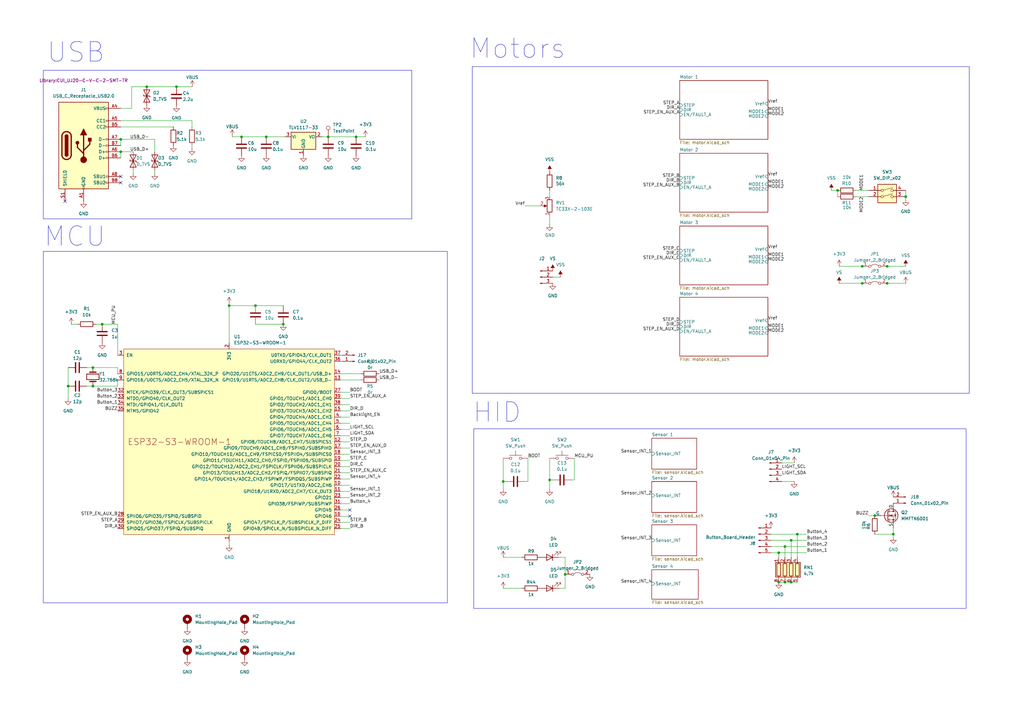
<source format=kicad_sch>
(kicad_sch (version 20230121) (generator eeschema)
  (paper "A3")
  (lib_symbols
    (symbol "Connector:Conn_01x02_Pin" (pin_names (offset 1.016) hide)
      (property "Reference" "J" (at 0 2.54 0))
      (property "Value" "Conn_01x02_Pin" (at 0 -5.08 0))
      (symbol "Conn_01x02_Pin_1_1"
        (pin passive line (at 5.08 0 180) (length 3.81) (name "Pin_1") (number "1"))
        (pin passive line (at 5.08 -2.54 180) (length 3.81) (name "Pin_2") (number "2"))
      )
    )
    (symbol "Connector:Conn_01x03_Pin" (pin_names (offset 1.016) hide)
      (property "Reference" "J" (at 0 5.08 0))
      (property "Value" "Conn_01x03_Pin" (at 0 -5.08 0))
      (symbol "Conn_01x03_Pin_1_1"
        (pin passive line (at 5.08 2.54 180) (length 3.81) (name "Pin_1") (number "1"))
        (pin passive line (at 5.08 0 180) (length 3.81) (name "Pin_2") (number "2"))
        (pin passive line (at 5.08 -2.54 180) (length 3.81) (name "Pin_3") (number "3"))
      )
    )
    (symbol "Connector:Conn_01x04_Pin" (pin_names (offset 1.016) hide)
      (property "Reference" "J" (at 0 5.08 0))
      (property "Value" "Conn_01x04_Pin" (at 0 -7.62 0))
      (symbol "Conn_01x04_Pin_1_1"
        (pin passive line (at 5.08 2.54 180) (length 3.81) (name "Pin_1") (number "1"))
        (pin passive line (at 5.08 0 180) (length 3.81) (name "Pin_2") (number "2"))
        (pin passive line (at 5.08 -2.54 180) (length 3.81) (name "Pin_3") (number "3"))
        (pin passive line (at 5.08 -5.08 180) (length 3.81) (name "Pin_4") (number "4"))
      )
    )
    (symbol "Connector:Conn_01x05_Pin" (pin_names (offset 1.016) hide)
      (property "Reference" "J" (at 0 7.62 0))
      (property "Value" "Conn_01x05_Pin" (at 0 -7.62 0))
      (symbol "Conn_01x05_Pin_1_1"
        (pin passive line (at 5.08 5.08 180) (length 3.81) (name "Pin_1") (number "1"))
        (pin passive line (at 5.08 2.54 180) (length 3.81) (name "Pin_2") (number "2"))
        (pin passive line (at 5.08 0 180) (length 3.81) (name "Pin_3") (number "3"))
        (pin passive line (at 5.08 -2.54 180) (length 3.81) (name "Pin_4") (number "4"))
        (pin passive line (at 5.08 -5.08 180) (length 3.81) (name "Pin_5") (number "5"))
      )
    )
    (symbol "Connector:TestPoint" (pin_numbers hide) (pin_names (offset 0.762) hide)
      (property "Reference" "TP" (at 0 6.858 0))
      (property "Value" "TestPoint" (at 0 5.08 0))
      (symbol "TestPoint_1_1"
        (pin passive line (at 0 0 90) (length 2.54) (name "1") (number "1"))
      )
    )
    (symbol "Connector:USB_C_Receptacle_USB2.0" (pin_names (offset 1.016))
      (property "Reference" "J" (at -10.16 19.05 0))
      (property "Value" "USB_C_Receptacle_USB2.0" (at 19.05 19.05 0))
      (symbol "USB_C_Receptacle_USB2.0_1_1"
        (pin passive line (at 0 -22.86 90) (length 5.08) (name "GND") (number "A1"))
        (pin passive line (at 0 -22.86 90) (length 5.08) hide (name "GND") (number "A12"))
        (pin passive line (at 15.24 15.24 180) (length 5.08) (name "VBUS") (number "A4"))
        (pin bidirectional line (at 15.24 10.16 180) (length 5.08) (name "CC1") (number "A5"))
        (pin bidirectional line (at 15.24 -2.54 180) (length 5.08) (name "D+") (number "A6"))
        (pin bidirectional line (at 15.24 2.54 180) (length 5.08) (name "D-") (number "A7"))
        (pin bidirectional line (at 15.24 -12.7 180) (length 5.08) (name "SBU1") (number "A8"))
        (pin passive line (at 15.24 15.24 180) (length 5.08) hide (name "VBUS") (number "A9"))
        (pin passive line (at 0 -22.86 90) (length 5.08) hide (name "GND") (number "B1"))
        (pin passive line (at 0 -22.86 90) (length 5.08) hide (name "GND") (number "B12"))
        (pin passive line (at 15.24 15.24 180) (length 5.08) hide (name "VBUS") (number "B4"))
        (pin bidirectional line (at 15.24 7.62 180) (length 5.08) (name "CC2") (number "B5"))
        (pin bidirectional line (at 15.24 -5.08 180) (length 5.08) (name "D+") (number "B6"))
        (pin bidirectional line (at 15.24 0 180) (length 5.08) (name "D-") (number "B7"))
        (pin bidirectional line (at 15.24 -15.24 180) (length 5.08) (name "SBU2") (number "B8"))
        (pin passive line (at 15.24 15.24 180) (length 5.08) hide (name "VBUS") (number "B9"))
        (pin passive line (at -7.62 -22.86 90) (length 5.08) (name "SHIELD") (number "S1"))
      )
    )
    (symbol "Device:C" (pin_numbers hide) (pin_names (offset 0.254))
      (property "Reference" "C" (at 0.635 2.54 0))
      (property "Value" "C" (at 0.635 -2.54 0))
      (symbol "C_1_1"
        (pin passive line (at 0 3.81 270) (length 2.794) (name "~") (number "1"))
        (pin passive line (at 0 -3.81 90) (length 2.794) (name "~") (number "2"))
      )
    )
    (symbol "Device:Crystal" (pin_numbers hide) (pin_names (offset 1.016) hide)
      (property "Reference" "Y" (at 0 3.81 0))
      (property "Value" "Crystal" (at 0 -3.81 0))
      (symbol "Crystal_1_1"
        (pin passive line (at -3.81 0 0) (length 1.27) (name "1") (number "1"))
        (pin passive line (at 3.81 0 180) (length 1.27) (name "2") (number "2"))
      )
    )
    (symbol "Device:D_TVS" (pin_numbers hide) (pin_names (offset 1.016) hide)
      (property "Reference" "D" (at 0 2.54 0))
      (property "Value" "D_TVS" (at 0 -2.54 0))
      (symbol "D_TVS_1_1"
        (pin passive line (at -3.81 0 0) (length 2.54) (name "A1") (number "1"))
        (pin passive line (at 3.81 0 180) (length 2.54) (name "A2") (number "2"))
      )
    )
    (symbol "Device:LED" (pin_numbers hide) (pin_names (offset 1.016) hide)
      (property "Reference" "D" (at 0 2.54 0))
      (property "Value" "LED" (at 0 -2.54 0))
      (symbol "LED_1_1"
        (pin passive line (at -3.81 0 0) (length 2.54) (name "K") (number "1"))
        (pin passive line (at 3.81 0 180) (length 2.54) (name "A") (number "2"))
      )
    )
    (symbol "Device:R" (pin_numbers hide) (pin_names (offset 0))
      (property "Reference" "R" (at 2.032 0 90))
      (property "Value" "R" (at 0 0 90))
      (symbol "R_1_1"
        (pin passive line (at 0 3.81 270) (length 1.27) (name "~") (number "1"))
        (pin passive line (at 0 -3.81 90) (length 1.27) (name "~") (number "2"))
      )
    )
    (symbol "Device:R_Potentiometer" (pin_names (offset 1.016) hide)
      (property "Reference" "RV" (at -4.445 0 90))
      (property "Value" "R_Potentiometer" (at -2.54 0 90))
      (symbol "R_Potentiometer_1_1"
        (pin passive line (at 0 3.81 270) (length 1.27) (name "1") (number "1"))
        (pin passive line (at 3.81 0 180) (length 1.27) (name "2") (number "2"))
        (pin passive line (at 0 -3.81 90) (length 1.27) (name "3") (number "3"))
      )
    )
    (symbol "Espressif:ESP32-S3-WROOM-1" (pin_names (offset 1.016))
      (property "Reference" "U" (at -43.18 43.18 0))
      (property "Value" "ESP32-S3-WROOM-1" (at -43.18 40.64 0))
      (symbol "ESP32-S3-WROOM-1_0_0"
        (text "ESP32-S3-WROOM-1" (at -20.32 0 0) (effects (font (size 2.54 2.54))))
        (pin power_in line (at 0 -40.64 90) (length 2.54) (name "GND") (number "1"))
        (pin bidirectional line (at 45.72 -17.78 180) (length 2.54) (name "GPIO17/U1TXD/ADC2_CH6") (number "10"))
        (pin bidirectional line (at 45.72 -20.32 180) (length 2.54) (name "GPIO18/U1RXD/ADC2_CH7/CLK_OUT3") (number "11"))
        (pin bidirectional line (at 45.72 0 180) (length 2.54) (name "GPIO8/TOUCH8/ADC1_CH7/SUBSPICS1") (number "12"))
        (pin bidirectional line (at 45.72 25.4 180) (length 2.54) (name "GPIO19/U1RTS/ADC2_CH8/CLK_OUT2/USB_D-") (number "13"))
        (pin bidirectional line (at 45.72 27.94 180) (length 2.54) (name "GPIO20/U1CTS/ADC2_CH9/CLK_OUT1/USB_D+") (number "14"))
        (pin bidirectional line (at 45.72 12.7 180) (length 2.54) (name "GPIO3/TOUCH3/ADC1_CH2") (number "15"))
        (pin bidirectional line (at 45.72 -30.48 180) (length 2.54) (name "GPIO46") (number "16"))
        (pin bidirectional line (at 45.72 -2.54 180) (length 2.54) (name "GPIO9/TOUCH9/ADC1_CH8/FSPIHD/SUBSPIHD") (number "17"))
        (pin bidirectional line (at 45.72 -5.08 180) (length 2.54) (name "GPIO10/TOUCH10/ADC1_CH9/FSPICS0/FSPIIO4/SUBSPICS0") (number "18"))
        (pin bidirectional line (at 45.72 -7.62 180) (length 2.54) (name "GPIO11/TOUCH11/ADC2_CH0/FSPID/FSPIIO5/SUBSPID") (number "19"))
        (pin power_in line (at 0 40.64 270) (length 2.54) (name "3V3") (number "2"))
        (pin bidirectional line (at 45.72 -10.16 180) (length 2.54) (name "GPIO12/TOUCH12/ADC2_CH1/FSPICLK/FSPIIO6/SUBSPICLK") (number "20"))
        (pin bidirectional line (at 45.72 -12.7 180) (length 2.54) (name "GPIO13/TOUCH13/ADC2_CH2/FSPIQ/FSPIIO7/SUBSPIQ") (number "21"))
        (pin bidirectional line (at 45.72 -15.24 180) (length 2.54) (name "GPIO14/TOUCH14/ADC2_CH3/FSPIWP/FSPIDQS/SUBSPIWP") (number "22"))
        (pin bidirectional line (at 45.72 -22.86 180) (length 2.54) (name "GPIO21") (number "23"))
        (pin bidirectional line (at 45.72 -33.02 180) (length 2.54) (name "GPIO47/SPICLK_P/SUBSPICLK_P_DIFF") (number "24"))
        (pin bidirectional line (at 45.72 -35.56 180) (length 2.54) (name "GPIO48/SPICLK_N/SUBSPICLK_N_DIFF") (number "25"))
        (pin bidirectional line (at 45.72 -27.94 180) (length 2.54) (name "GPIO45") (number "26"))
        (pin bidirectional line (at 45.72 20.32 180) (length 2.54) (name "GPIO0/BOOT") (number "27"))
        (pin bidirectional line (at -45.72 -30.48 0) (length 2.54) (name "SPIIO6/GPIO35/FSPID/SUBSPID") (number "28"))
        (pin bidirectional line (at -45.72 -33.02 0) (length 2.54) (name "SPIIO7/GPIO36/FSPICLK/SUBSPICLK") (number "29"))
        (pin input line (at -45.72 35.56 0) (length 2.54) (name "EN") (number "3"))
        (pin bidirectional line (at -45.72 -35.56 0) (length 2.54) (name "SPIDQS/GPIO37/FSPIQ/SUBSPIQ") (number "30"))
        (pin bidirectional line (at 45.72 -25.4 180) (length 2.54) (name "GPIO38/FSPIWP/SUBSPIWP") (number "31"))
        (pin bidirectional line (at -45.72 20.32 0) (length 2.54) (name "MTCK/GPIO39/CLK_OUT3/SUBSPICS1") (number "32"))
        (pin bidirectional line (at -45.72 17.78 0) (length 2.54) (name "MTDO/GPIO40/CLK_OUT2") (number "33"))
        (pin bidirectional line (at -45.72 15.24 0) (length 2.54) (name "MTDI/GPIO41/CLK_OUT1") (number "34"))
        (pin bidirectional line (at -45.72 12.7 0) (length 2.54) (name "MTMS/GPIO42") (number "35"))
        (pin bidirectional line (at 45.72 33.02 180) (length 2.54) (name "U0RXD/GPIO44/CLK_OUT2") (number "36"))
        (pin bidirectional line (at 45.72 35.56 180) (length 2.54) (name "U0TXD/GPIO43/CLK_OUT1") (number "37"))
        (pin bidirectional line (at 45.72 15.24 180) (length 2.54) (name "GPIO2/TOUCH2/ADC1_CH1") (number "38"))
        (pin bidirectional line (at 45.72 17.78 180) (length 2.54) (name "GPIO1/TOUCH1/ADC1_CH0") (number "39"))
        (pin bidirectional line (at 45.72 10.16 180) (length 2.54) (name "GPIO4/TOUCH4/ADC1_CH3") (number "4"))
        (pin passive line (at 0 -40.64 90) (length 2.54) hide (name "GND") (number "40"))
        (pin passive line (at 0 -40.64 90) (length 2.54) hide (name "GND") (number "41"))
        (pin bidirectional line (at 45.72 7.62 180) (length 2.54) (name "GPIO5/TOUCH5/ADC1_CH4") (number "5"))
        (pin bidirectional line (at 45.72 5.08 180) (length 2.54) (name "GPIO6/TOUCH6/ADC1_CH5") (number "6"))
        (pin bidirectional line (at 45.72 2.54 180) (length 2.54) (name "GPIO7/TOUCH7/ADC1_CH6") (number "7"))
        (pin bidirectional line (at -45.72 27.94 0) (length 2.54) (name "GPIO15/U0RTS/ADC2_CH4/XTAL_32K_P") (number "8"))
        (pin bidirectional line (at -45.72 25.4 0) (length 2.54) (name "GPIO16/U0CTS/ADC2_CH5/XTAL_32K_N") (number "9"))
      )
    )
    (symbol "Jumper:Jumper_2_Bridged" (pin_names (offset 0) hide)
      (property "Reference" "JP" (at 0 1.905 0))
      (property "Value" "Jumper_2_Bridged" (at 0 -2.54 0))
      (symbol "Jumper_2_Bridged_1_1"
        (pin passive line (at -5.08 0 0) (length 2.54) (name "A") (number "1"))
        (pin passive line (at 5.08 0 180) (length 2.54) (name "B") (number "2"))
      )
    )
    (symbol "Mechanical:MountingHole_Pad" (pin_numbers hide) (pin_names (offset 1.016) hide)
      (property "Reference" "H" (at 0 6.35 0))
      (property "Value" "MountingHole_Pad" (at 0 4.445 0))
      (symbol "MountingHole_Pad_1_1"
        (pin input line (at 0 -2.54 90) (length 2.54) (name "1") (number "1"))
      )
    )
    (symbol "Regulator_Linear:TLV1117-33" (pin_names (offset 0.254))
      (property "Reference" "U" (at -3.81 3.175 0))
      (property "Value" "TLV1117-33" (at 0 3.175 0))
      (symbol "TLV1117-33_1_1"
        (pin power_in line (at 0 -7.62 90) (length 2.54) (name "GND") (number "1"))
        (pin power_out line (at 7.62 0 180) (length 2.54) (name "VO") (number "2"))
        (pin power_in line (at -7.62 0 0) (length 2.54) (name "VI") (number "3"))
      )
    )
    (symbol "Simulation_SPICE:NMOS" (pin_numbers hide) (pin_names (offset 0))
      (property "Reference" "Q" (at 5.08 1.27 0))
      (property "Value" "NMOS" (at 5.08 -1.27 0))
      (symbol "NMOS_1_1"
        (pin passive line (at 2.54 5.08 270) (length 2.54) (name "D") (number "1"))
        (pin input line (at -5.08 0 0) (length 2.54) (name "G") (number "2"))
        (pin passive line (at 2.54 -5.08 90) (length 2.54) (name "S") (number "3"))
      )
    )
    (symbol "Switch:SW_DIP_x02" (pin_names (offset 0) hide)
      (property "Reference" "SW" (at 0 6.35 0))
      (property "Value" "SW_DIP_x02" (at 0 -3.81 0))
      (symbol "SW_DIP_x02_1_1"
        (pin passive line (at -7.62 2.54 0) (length 5.08) (name "~") (number "1"))
        (pin passive line (at -7.62 0 0) (length 5.08) (name "~") (number "2"))
        (pin passive line (at 7.62 0 180) (length 5.08) (name "~") (number "3"))
        (pin passive line (at 7.62 2.54 180) (length 5.08) (name "~") (number "4"))
      )
    )
    (symbol "Switch:SW_Push" (pin_numbers hide) (pin_names (offset 1.016) hide)
      (property "Reference" "SW" (at 1.27 2.54 0))
      (property "Value" "SW_Push" (at 0 -1.524 0))
      (symbol "SW_Push_0_1"
        (pin passive line (at -5.08 0 0) (length 2.54) (name "1") (number "1"))
        (pin passive line (at 5.08 0 180) (length 2.54) (name "2") (number "2"))
      )
    )
    (symbol "Voltage_reg:network_resistor_4x_smd" (pin_names (offset 0) hide)
      (property "Reference" "RN" (at -7.62 0 90))
      (property "Value" "R_Network04" (at 5.08 0 90))
      (symbol "network_resistor_4x_smd_1_1"
        (pin passive line (at -5.08 5.08 270) (length 2.54) (name "common") (number "1"))
        (pin passive line (at -2.54 5.08 270) (length 2.54) (name "common") (number "2"))
        (pin passive line (at 0 5.08 270) (length 2.54) (name "common") (number "3"))
        (pin passive line (at 2.54 5.08 270) (length 2.54) (name "common") (number "4"))
        (pin passive line (at 2.54 -5.08 90) (length 1.27) (name "R4") (number "5"))
        (pin passive line (at 0 -5.08 90) (length 1.27) (name "R3") (number "6"))
        (pin passive line (at -2.54 -5.08 90) (length 1.27) (name "R2") (number "7"))
        (pin passive line (at -5.08 -5.08 90) (length 1.27) (name "R1") (number "8"))
      )
    )
    (symbol "power:+3V3" (power) (pin_names (offset 0))
      (property "Value" "+3V3" (at 0 3.556 0))
      (symbol "+3V3_1_1"
        (pin power_in line (at 0 0 90) (length 0) hide (name "+3V3") (number "1"))
      )
    )
    (symbol "power:GND" (power) (pin_names (offset 0))
      (property "Value" "GND" (at 0 -3.81 0))
      (symbol "GND_1_1"
        (pin power_in line (at 0 0 270) (length 0) hide (name "GND") (number "1"))
      )
    )
    (symbol "power:VBUS" (power) (pin_names (offset 0))
      (property "Value" "VBUS" (at 0 3.81 0))
      (symbol "VBUS_1_1"
        (pin power_in line (at 0 0 90) (length 0) hide (name "VBUS") (number "1"))
      )
    )
    (symbol "power:VS" (power) (pin_names (offset 0))
      (property "Value" "VS" (at 0 3.81 0))
      (symbol "VS_1_1"
        (pin power_in line (at 0 0 90) (length 0) hide (name "VS") (number "1"))
      )
    )
    (symbol "power:VSS" (power) (pin_names (offset 0))
      (property "Value" "VSS" (at 0 3.81 0))
      (symbol "VSS_1_1"
        (pin power_in line (at 0 0 90) (length 0) hide (name "VSS") (number "1"))
      )
    )
  )
  (junction (at 49.53 57.15))
  (junction (at 109.22 56.134))
  (junction (at 363.855 116.205))
  (junction (at 27.94 158.369))
  (junction (at 363.855 109.22))
  (junction (at 116.205 132.969))
  (junction (at 324.485 221.615))
  (junction (at 146.05 56.134))
  (junction (at 358.775 211.455))
  (junction (at 38.1 150.749))
  (junction (at 99.06 56.134))
  (junction (at 72.39 35.56))
  (junction (at 60.198 35.56))
  (junction (at 41.91 132.969))
  (junction (at 353.695 116.205))
  (junction (at 366.395 219.075))
  (junction (at 38.1 158.369))
  (junction (at 319.405 238.76))
  (junction (at 321.945 238.76))
  (junction (at 353.695 109.22))
  (junction (at 371.475 80.645))
  (junction (at 321.945 224.155))
  (junction (at 327.025 219.075))
  (junction (at 225.425 196.85))
  (junction (at 324.485 238.76))
  (junction (at 49.53 62.23))
  (junction (at 343.535 78.105))
  (junction (at 206.375 197.485))
  (junction (at 104.775 125.349))
  (junction (at 93.98 125.349))
  (junction (at 134.62 56.134))
  (junction (at 319.405 226.695))
  (junction (at 231.775 235.585))
  (no_connect (at 143.51 211.709))
  (no_connect (at 26.67 82.55))
  (no_connect (at 49.53 74.93))
  (no_connect (at 143.51 209.169))
  (no_connect (at 49.53 72.39))
  (wire (pts (xy 132.08 56.134) (xy 134.62 56.134)))
  (wire (pts (xy 363.855 116.205) (xy 371.475 116.205)))
  (wire (pts (xy 321.945 224.155) (xy 321.945 228.6)))
  (wire (pts (xy 95.25 56.134) (xy 95.25 55.753)))
  (wire (pts (xy 139.7 165.989) (xy 143.51 165.989)))
  (wire (pts (xy 225.425 196.85) (xy 225.425 200.66)))
  (wire (pts (xy 48.26 155.829) (xy 48.26 158.369)))
  (wire (pts (xy 41.91 132.969) (xy 48.26 132.969)))
  (wire (pts (xy 371.475 80.645) (xy 371.475 81.915)))
  (wire (pts (xy 49.53 57.15) (xy 49.53 59.69)))
  (wire (pts (xy 216.535 187.96) (xy 216.535 197.485)))
  (wire (pts (xy 93.98 221.869) (xy 93.98 223.52)))
  (wire (pts (xy 143.51 173.609) (xy 139.7 173.609)))
  (wire (pts (xy 139.7 206.629) (xy 143.51 206.629)))
  (wire (pts (xy 215.265 84.455) (xy 221.615 84.455)))
  (wire (pts (xy 351.155 80.645) (xy 356.235 80.645)))
  (wire (pts (xy 147.955 155.829) (xy 139.7 155.829)))
  (wire (pts (xy 371.475 78.105) (xy 371.475 80.645)))
  (wire (pts (xy 27.94 158.369) (xy 27.94 163.449)))
  (wire (pts (xy 78.74 49.53) (xy 49.53 49.53)))
  (wire (pts (xy 319.405 238.76) (xy 321.945 238.76)))
  (wire (pts (xy 134.62 56.134) (xy 134.62 55.753)))
  (wire (pts (xy 99.06 56.134) (xy 109.22 56.134)))
  (wire (pts (xy 49.53 62.23) (xy 54.61 62.23)))
  (wire (pts (xy 78.74 59.69) (xy 78.74 60.96)))
  (wire (pts (xy 93.98 125.349) (xy 93.98 140.589)))
  (wire (pts (xy 358.775 219.075) (xy 366.395 219.075)))
  (wire (pts (xy 143.51 168.529) (xy 139.7 168.529)))
  (wire (pts (xy 39.37 132.969) (xy 41.91 132.969)))
  (wire (pts (xy 48.26 132.969) (xy 48.26 145.669)))
  (wire (pts (xy 139.7 204.089) (xy 143.51 204.089)))
  (wire (pts (xy 324.485 221.615) (xy 330.835 221.615)))
  (wire (pts (xy 324.485 221.615) (xy 324.485 228.6)))
  (wire (pts (xy 351.155 78.105) (xy 356.235 78.105)))
  (wire (pts (xy 327.025 219.075) (xy 327.025 228.6)))
  (wire (pts (xy 143.51 181.229) (xy 139.7 181.229)))
  (wire (pts (xy 316.23 226.695) (xy 319.405 226.695)))
  (wire (pts (xy 235.585 187.96) (xy 235.585 196.85)))
  (wire (pts (xy 366.395 220.345) (xy 366.395 219.075)))
  (wire (pts (xy 343.535 78.105) (xy 343.535 80.645)))
  (wire (pts (xy 48.26 150.749) (xy 48.26 153.289)))
  (wire (pts (xy 143.51 216.789) (xy 139.7 216.789)))
  (wire (pts (xy 366.395 219.075) (xy 366.395 216.535)))
  (wire (pts (xy 139.7 199.009) (xy 143.51 199.009)))
  (wire (pts (xy 139.7 148.209) (xy 140.335 148.209)))
  (wire (pts (xy 48.26 158.369) (xy 38.1 158.369)))
  (wire (pts (xy 139.7 160.909) (xy 143.51 160.909)))
  (wire (pts (xy 93.98 124.46) (xy 93.98 125.349)))
  (wire (pts (xy 53.975 35.56) (xy 60.198 35.56)))
  (wire (pts (xy 63.5 71.12) (xy 63.5 69.85)))
  (wire (pts (xy 327.025 219.075) (xy 330.835 219.075)))
  (wire (pts (xy 325.755 197.485) (xy 320.675 197.485)))
  (wire (pts (xy 319.405 228.6) (xy 319.405 226.695)))
  (wire (pts (xy 319.405 226.695) (xy 330.835 226.695)))
  (wire (pts (xy 206.375 187.96) (xy 206.375 197.485)))
  (wire (pts (xy 225.425 78.105) (xy 225.425 80.645)))
  (wire (pts (xy 139.7 201.549) (xy 143.51 201.549)))
  (wire (pts (xy 371.475 109.22) (xy 363.855 109.22)))
  (wire (pts (xy 139.7 191.389) (xy 143.51 191.389)))
  (wire (pts (xy 206.375 197.485) (xy 207.645 197.485)))
  (wire (pts (xy 139.7 186.309) (xy 143.51 186.309)))
  (wire (pts (xy 143.51 209.169) (xy 139.7 209.169)))
  (wire (pts (xy 344.17 109.22) (xy 353.695 109.22)))
  (wire (pts (xy 206.375 241.3) (xy 213.995 241.3)))
  (wire (pts (xy 356.235 211.455) (xy 358.775 211.455)))
  (wire (pts (xy 325.755 189.865) (xy 320.675 189.865)))
  (wire (pts (xy 206.375 228.6) (xy 213.995 228.6)))
  (wire (pts (xy 316.23 224.155) (xy 321.945 224.155)))
  (wire (pts (xy 139.7 196.469) (xy 143.51 196.469)))
  (wire (pts (xy 29.21 132.969) (xy 31.75 132.969)))
  (wire (pts (xy 143.51 214.249) (xy 139.7 214.249)))
  (wire (pts (xy 363.855 109.22) (xy 362.585 109.22)))
  (wire (pts (xy 38.1 150.749) (xy 48.26 150.749)))
  (wire (pts (xy 27.94 150.749) (xy 27.94 158.369)))
  (wire (pts (xy 231.775 228.6) (xy 229.235 228.6)))
  (wire (pts (xy 206.375 197.485) (xy 206.375 200.66)))
  (wire (pts (xy 49.53 62.23) (xy 49.53 64.77)))
  (wire (pts (xy 139.7 163.449) (xy 143.51 163.449)))
  (wire (pts (xy 353.695 109.22) (xy 354.965 109.22)))
  (wire (pts (xy 362.585 116.205) (xy 363.855 116.205)))
  (wire (pts (xy 321.945 238.76) (xy 324.485 238.76)))
  (wire (pts (xy 143.51 178.689) (xy 139.7 178.689)))
  (wire (pts (xy 60.198 35.56) (xy 72.39 35.56)))
  (wire (pts (xy 35.56 158.369) (xy 38.1 158.369)))
  (wire (pts (xy 225.425 187.96) (xy 225.425 196.85)))
  (wire (pts (xy 78.74 52.07) (xy 78.74 49.53)))
  (wire (pts (xy 93.98 125.349) (xy 104.775 125.349)))
  (wire (pts (xy 95.25 56.134) (xy 99.06 56.134)))
  (wire (pts (xy 53.975 44.45) (xy 49.53 44.45)))
  (wire (pts (xy 146.05 56.134) (xy 149.86 56.134)))
  (wire (pts (xy 340.995 78.105) (xy 343.535 78.105)))
  (wire (pts (xy 72.39 35.56) (xy 78.867 35.56)))
  (wire (pts (xy 235.585 196.85) (xy 234.315 196.85)))
  (wire (pts (xy 316.23 219.075) (xy 327.025 219.075)))
  (wire (pts (xy 72.39 35.687) (xy 72.39 35.56)))
  (wire (pts (xy 344.17 116.205) (xy 353.695 116.205)))
  (wire (pts (xy 143.51 211.709) (xy 139.7 211.709)))
  (wire (pts (xy 231.775 241.3) (xy 229.235 241.3)))
  (wire (pts (xy 143.51 176.149) (xy 139.7 176.149)))
  (wire (pts (xy 109.22 56.134) (xy 116.84 56.134)))
  (wire (pts (xy 216.535 197.485) (xy 215.265 197.485)))
  (wire (pts (xy 54.61 69.85) (xy 54.61 71.12)))
  (wire (pts (xy 134.62 56.134) (xy 146.05 56.134)))
  (wire (pts (xy 49.53 52.07) (xy 71.12 52.07)))
  (wire (pts (xy 139.7 183.769) (xy 143.51 183.769)))
  (wire (pts (xy 316.23 221.615) (xy 324.485 221.615)))
  (wire (pts (xy 229.87 113.665) (xy 226.695 113.665)))
  (wire (pts (xy 225.425 92.075) (xy 225.425 88.265)))
  (wire (pts (xy 321.945 224.155) (xy 330.835 224.155)))
  (wire (pts (xy 225.425 196.85) (xy 226.695 196.85)))
  (wire (pts (xy 63.5 57.15) (xy 49.53 57.15)))
  (wire (pts (xy 104.775 125.349) (xy 116.205 125.349)))
  (wire (pts (xy 104.775 132.969) (xy 116.205 132.969)))
  (wire (pts (xy 231.775 235.585) (xy 231.775 241.3)))
  (wire (pts (xy 143.51 171.069) (xy 139.7 171.069)))
  (wire (pts (xy 147.955 153.289) (xy 139.7 153.289)))
  (wire (pts (xy 63.5 62.23) (xy 63.5 57.15)))
  (wire (pts (xy 353.695 116.205) (xy 354.965 116.205)))
  (wire (pts (xy 35.56 150.749) (xy 38.1 150.749)))
  (wire (pts (xy 231.775 228.6) (xy 231.775 235.585)))
  (wire (pts (xy 53.975 35.56) (xy 53.975 44.45)))
  (wire (pts (xy 139.7 188.849) (xy 143.51 188.849)))
  (wire (pts (xy 139.7 193.929) (xy 143.51 193.929)))
  (wire (pts (xy 140.335 145.669) (xy 139.7 145.669)))
  (wire (pts (xy 324.485 238.76) (xy 327.025 238.76)))
  (rectangle (start 17.78 103.124) (end 183.515 247.269))
  (rectangle (start 194.31 175.895) (end 396.24 249.555))
  (rectangle (start 17.78 28.829) (end 168.91 89.789))
  (rectangle (start 193.675 27.305) (end 397.51 161.29))
  (text "HID" (at 193.675 173.99 0) (effects (font (size 8 8)) (justify left bottom)))
  (text "USB" (at 19.05 26.289 0) (effects (font (size 8 8)) (justify left bottom)))
  (text "Motors" (at 192.405 24.765 0) (effects (font (size 8 8)) (justify left bottom)))
  (text "MCU" (at 17.78 101.854 0) (effects (font (size 8 8)) (justify left bottom)))
  (label "LIGHT_SCL" (at 143.51 176.149 0))
  (label "Vref" (at 314.96 131.445 0))
  (label "MODE1" (at 314.96 105.41 0))
  (label "Button_4" (at 330.835 219.075 0))
  (label "STEP_EN_AUX_A" (at 278.765 46.99 180))
  (label "DIR_A" (at 278.765 45.085 180))
  (label "DIR_A" (at 48.26 216.789 180))
  (label "STEP_EN_AUX_D" (at 143.51 183.769 0))
  (label "STEP_EN_AUX_B" (at 48.26 211.709 180))
  (label "Button_1" (at 48.26 165.989 180))
  (label "BOOT" (at 216.535 187.96 0))
  (label "USB_D+" (at 155.575 153.289 0))
  (label "Vref" (at 314.96 102.235 0))
  (label "STEP_EN_AUX_C" (at 278.765 106.68 180))
  (label "STEP_B" (at 143.51 214.249 0))
  (label "STEP_D" (at 143.51 181.229 0))
  (label "Vref" (at 314.96 42.545 0))
  (label "STEP_A" (at 278.765 43.18 180))
  (label "USB_D-" (at 155.575 155.829 0))
  (label "Sensor_INT_1" (at 267.335 186.055 180))
  (label "STEP_EN_AUX_A" (at 143.51 163.449 0))
  (label "LIGHT_SDA" (at 143.51 178.689 0))
  (label "MCU_PU" (at 47.625 132.969 90))
  (label "BUZZ" (at 48.26 168.529 180))
  (label "STEP_C" (at 278.765 102.87 180))
  (label "DIR_C" (at 278.765 104.775 180))
  (label "Button_1" (at 330.835 226.695 0))
  (label "Vref" (at 215.265 84.455 180))
  (label "Sensor_INT_2" (at 143.51 204.089 0))
  (label "Button_3" (at 330.835 221.615 0))
  (label "Sensor_INT_3" (at 143.51 186.309 0))
  (label "MODE2" (at 314.96 77.47 0))
  (label "STEP_EN_AUX_B" (at 278.765 76.835 180))
  (label "STEP_C" (at 143.51 188.849 0))
  (label "LIGHT_SCL" (at 320.675 192.405 0))
  (label "STEP_EN_AUX_C" (at 143.51 193.929 0))
  (label "STEP_B" (at 278.765 73.025 180))
  (label "DIR_B" (at 143.51 216.789 0))
  (label "Vref" (at 314.96 72.39 0))
  (label "Sensor_INT_1" (at 143.51 201.549 0))
  (label "USB_D-" (at 53.34 57.15 0))
  (label "Sensor_INT_2" (at 267.335 203.2 180))
  (label "MODE2" (at 314.96 136.525 0))
  (label "Sensor_INT_3" (at 267.335 221.615 180))
  (label "MODE2" (at 314.96 107.315 0))
  (label "MODE1" (at 314.96 45.72 0))
  (label "DIR_D" (at 278.765 133.985 180))
  (label "MODE2" (at 314.96 47.625 0))
  (label "LIGHT_SDA" (at 320.675 194.945 0))
  (label "Button_2" (at 48.26 163.449 180))
  (label "Button_4" (at 143.51 206.629 0))
  (label "Sensor_INT_4" (at 267.335 239.395 180))
  (label "DIR_C" (at 143.51 191.389 0))
  (label "USB_D+" (at 53.34 62.23 0))
  (label "MODE1" (at 314.96 75.565 0))
  (label "Sensor_INT_4" (at 143.51 196.469 0))
  (label "DIR_B" (at 278.765 74.93 180))
  (label "STEP_D" (at 278.765 132.08 180))
  (label "BOOT" (at 143.51 160.909 0))
  (label "STEP_EN_AUX_D" (at 278.765 135.89 180))
  (label "MODE2" (at 354.33 80.645 270))
  (label "MODE1" (at 314.96 134.62 0))
  (label "DIR_D" (at 143.51 168.529 0))
  (label "Backlight_EN" (at 143.51 171.069 0))
  (label "MODE1" (at 354.33 78.105 90))
  (label "STEP_A" (at 48.26 214.249 180))
  (label "BUZZ" (at 356.235 211.455 180))
  (label "Button_2" (at 330.835 224.155 0))
  (label "Button_3" (at 48.26 160.909 180))
  (label "MCU_PU" (at 235.585 187.96 0))
  (symbol (lib_id "power:VSS") (at 371.475 109.22 0) (unit 1)
    (property "Reference" "#PWR037" (effects hide))
    (property "Value" "VSS" (at 371.475 104.775 0))
  )
  (symbol (lib_id "power:GND") (at 146.05 63.754 0) (unit 1)
    (property "Reference" "#PWR020" (effects hide))
    (property "Value" "GND" (at 146.05 68.834 0))
  )
  (symbol (lib_id "power:VBUS") (at 206.375 228.6 0) (unit 1)
    (property "Reference" "#PWR0119" (effects hide))
    (property "Value" "VBUS" (at 206.375 224.79 0))
  )
  (symbol (lib_id "Device:LED") (at 225.425 228.6 180) (unit 1)
    (property "Reference" "D4" (at 227.0125 220.98 0))
    (property "Value" "LED" (at 227.0125 223.52 0))
    (property "Footprint" "LED_SMD:LED_0805_2012Metric" (effects hide))
  )
  (symbol (lib_id "Device:Crystal") (at 38.1 154.559 90) (unit 1)
    (property "Reference" "Y1" (at 40.64 153.289 90) (effects (justify right)))
    (property "Value" "32.768k" (at 40.64 155.829 90) (effects (justify right)))
    (property "Footprint" "Crystal:Crystal_SMD_3215-2Pin_3.2x1.5mm" (effects hide))
  )
  (symbol (lib_id "Device:R") (at 151.765 155.829 90) (unit 1)
    (property "Reference" "R5" (at 151.765 158.369 90))
    (property "Value" "0r" (at 151.765 160.909 90))
    (property "Footprint" "Resistor_SMD:R_0603_1608Metric" (effects hide))
  )
  (symbol (lib_id "Connector:Conn_01x02_Pin") (at 145.415 148.209 180) (unit 1)
    (property "Reference" "J17" (at 146.685 145.669 0) (effects (justify right)))
    (property "Value" "Conn_01x02_Pin" (at 146.685 148.209 0) (effects (justify right)))
  )
  (symbol (lib_id "power:GND") (at 134.62 63.754 0) (unit 1)
    (property "Reference" "#PWR019" (effects hide))
    (property "Value" "GND" (at 134.62 68.834 0))
  )
  (symbol (lib_id "Device:C") (at 99.06 59.944 0) (unit 1)
    (property "Reference" "C6" (at 101.6 58.674 0) (effects (justify left)))
    (property "Value" "10u" (at 101.6 61.214 0) (effects (justify left)))
    (property "Footprint" "Capacitor_SMD:C_1206_3216Metric" (effects hide))
  )
  (symbol (lib_id "power:GND") (at 124.46 63.754 0) (unit 1)
    (property "Reference" "#PWR018" (effects hide))
    (property "Value" "GND" (at 124.46 68.834 0))
  )
  (symbol (lib_id "Device:D_TVS") (at 63.5 66.04 90) (unit 1)
    (property "Reference" "D3" (at 64.77 64.77 90) (effects (justify right)))
    (property "Value" "D_TVS" (at 64.77 67.31 90) (effects (justify right)))
    (property "Footprint" "Diode_SMD:D_SOD-923" (effects hide))
  )
  (symbol (lib_id "power:VS") (at 344.17 116.205 0) (unit 1)
    (property "Reference" "#PWR031" (effects hide))
    (property "Value" "VS" (at 344.17 111.76 0))
  )
  (symbol (lib_id "Device:D_TVS") (at 60.198 39.37 90) (unit 1)
    (property "Reference" "D2" (at 62.738 38.1 90) (effects (justify right)))
    (property "Value" "D_TVS" (at 62.738 40.64 90) (effects (justify right)))
    (property "Footprint" "Diode_SMD:D_SOD-923" (effects hide))
  )
  (symbol (lib_id "power:+3V3") (at 344.17 109.22 0) (unit 1)
    (property "Reference" "#PWR035" (effects hide))
    (property "Value" "+3V3" (at 344.17 104.14 0))
  )
  (symbol (lib_id "Simulation_SPICE:NMOS") (at 363.855 211.455 0) (unit 1)
    (property "Reference" "Q2" (at 369.57 210.185 0) (effects (justify left)))
    (property "Value" "MMFTN6001" (at 369.57 212.725 0) (effects (justify left)))
    (property "Footprint" "Package_TO_SOT_SMD:SOT-23" (effects hide))
    (property "Datasheet" "https://ngspice.sourceforge.io/docs/ngspice-manual.pdf" (effects hide))
    (property "Sim.Device" "NMOS" (effects hide))
    (property "Sim.Type" "VDMOS" (effects hide))
    (property "Sim.Pins" "1=D 2=G 3=S" (effects hide))
  )
  (symbol (lib_id "power:GND") (at 226.695 116.205 0) (unit 1)
    (property "Reference" "#PWR028" (effects hide))
    (property "Value" "GND" (at 226.695 121.285 0))
  )
  (symbol (lib_id "power:GND") (at 27.94 163.449 0) (unit 1)
    (property "Reference" "#PWR01" (effects hide))
    (property "Value" "GND" (at 27.94 168.529 0))
  )
  (symbol (lib_id "power:+3V3") (at 316.23 216.535 0) (unit 1)
    (property "Reference" "#PWR049" (effects hide))
    (property "Value" "+3V3" (at 316.23 211.455 0))
  )
  (symbol (lib_id "Device:D_TVS") (at 54.61 66.04 90) (unit 1)
    (property "Reference" "D1" (at 55.88 64.77 90) (effects (justify right)))
    (property "Value" "D_TVS" (at 55.88 67.31 90) (effects (justify right)))
    (property "Footprint" "Diode_SMD:D_SOD-923" (effects hide))
  )
  (symbol (lib_id "Jumper:Jumper_2_Bridged") (at 358.775 116.205 0) (unit 1)
    (property "Reference" "JP3" (at 358.775 111.125 0))
    (property "Value" "Jumper_2_Bridged" (at 358.775 113.665 0))
    (property "Footprint" "Jumper:SolderJumper-2_P1.3mm_Bridged2Bar_RoundedPad1.0x1.5mm" (effects hide))
  )
  (symbol (lib_id "power:+3V3") (at 325.755 189.865 0) (unit 1)
    (property "Reference" "#PWR041" (effects hide))
    (property "Value" "+3V3" (at 325.755 184.785 0))
  )
  (symbol (lib_id "Device:C") (at 146.05 59.944 0) (unit 1)
    (property "Reference" "C10" (at 149.86 58.674 0) (effects (justify left)))
    (property "Value" "0.1u" (at 149.86 61.214 0) (effects (justify left)))
    (property "Footprint" "Capacitor_SMD:C_0603_1608Metric" (effects hide))
  )
  (symbol (lib_id "Device:C") (at 104.775 129.159 0) (unit 1)
    (property "Reference" "C5" (at 108.585 127.889 0) (effects (justify left)))
    (property "Value" "10u" (at 108.585 130.429 0) (effects (justify left)))
    (property "Footprint" "Capacitor_SMD:C_1206_3216Metric" (effects hide))
  )
  (symbol (lib_id "Device:R") (at 347.345 80.645 90) (unit 1)
    (property "Reference" "R11" (at 349.25 83.185 90) (effects (justify left)))
    (property "Value" "10k" (at 349.25 85.09 90) (effects (justify left)))
    (property "Footprint" "Resistor_SMD:R_0603_1608Metric" (effects hide))
  )
  (symbol (lib_id "Mechanical:MountingHole_Pad") (at 76.835 255.27 0) (unit 1)
    (property "Reference" "H1" (at 80.01 252.73 0) (effects (justify left)))
    (property "Value" "MountingHole_Pad" (at 80.01 255.27 0) (effects (justify left)))
    (property "Footprint" "MountingHole:MountingHole_3.2mm_M3" (effects hide))
  )
  (symbol (lib_id "Espressif:ESP32-S3-WROOM-1") (at 93.98 181.229 0) (unit 1)
    (property "Reference" "U1" (at 95.9359 138.049 0) (effects (justify left)))
    (property "Value" "ESP32-S3-WROOM-1" (at 95.9359 140.589 0) (effects (justify left)))
    (property "Footprint" "Espressif:ESP32-S3-WROOM-1" (effects hide))
    (property "Datasheet" "https://www.espressif.com/sites/default/files/documentation/esp32-s3-wroom-1_wroom-1u_datasheet_en.pdf" (effects hide))
  )
  (symbol (lib_id "Voltage_reg:network_resistor_4x_smd") (at 324.485 233.68 0) (unit 1)
    (property "Reference" "RN1" (at 329.565 232.7434 0) (effects (justify left)))
    (property "Value" "4.7k" (at 329.565 235.2834 0) (effects (justify left)))
    (property "Footprint" "Resistor_SMD:R_Array_Convex_4x0603" (effects hide))
    (property "Datasheet" "http://www.vishay.com/docs/31509/csc.pdf" (effects hide))
  )
  (symbol (lib_id "power:GND") (at 60.198 43.18 0) (unit 1)
    (property "Reference" "#PWR06" (effects hide))
    (property "Value" "GND" (at 60.198 48.26 0))
  )
  (symbol (lib_id "Device:C") (at 31.75 158.369 90) (unit 1)
    (property "Reference" "C2" (at 31.75 162.179 90))
    (property "Value" "12p" (at 31.75 164.719 90))
    (property "Footprint" "Capacitor_SMD:C_0603_1608Metric" (effects hide))
    (property "Part Number" "VJ0805A120FXJCW1BC" (effects hide))
  )
  (symbol (lib_id "Mechanical:MountingHole_Pad") (at 100.33 255.27 0) (unit 1)
    (property "Reference" "H2" (at 103.505 252.73 0) (effects (justify left)))
    (property "Value" "MountingHole_Pad" (at 103.505 255.27 0) (effects (justify left)))
    (property "Footprint" "MountingHole:MountingHole_3.2mm_M3" (effects hide))
  )
  (symbol (lib_id "Device:R") (at 151.765 153.289 90) (unit 1)
    (property "Reference" "R4" (at 151.765 148.209 90))
    (property "Value" "0r" (at 151.765 150.749 90))
    (property "Footprint" "Resistor_SMD:R_0603_1608Metric" (effects hide))
  )
  (symbol (lib_id "power:GND") (at 34.29 82.55 0) (unit 1)
    (property "Reference" "#PWR03" (effects hide))
    (property "Value" "GND" (at 34.29 87.63 0))
  )
  (symbol (lib_id "Device:R") (at 71.12 55.88 0) (unit 1)
    (property "Reference" "R2" (at 72.39 54.61 0) (effects (justify left)))
    (property "Value" "5.1k" (at 72.39 57.15 0) (effects (justify left)))
    (property "Footprint" "Resistor_SMD:R_0603_1608Metric" (effects hide))
    (property "Tolerance" "1%" (effects hide))
  )
  (symbol (lib_id "power:VBUS") (at 371.475 116.205 0) (unit 1)
    (property "Reference" "#PWR025" (effects hide))
    (property "Value" "VBUS" (at 371.475 111.76 0))
  )
  (symbol (lib_id "power:GND") (at 241.935 235.585 0) (unit 1)
    (property "Reference" "#PWR036" (effects hide))
    (property "Value" "GND" (at 241.935 240.665 0))
  )
  (symbol (lib_id "Device:R") (at 217.805 241.3 90) (unit 1)
    (property "Reference" "R44" (at 217.805 238.76 90))
    (property "Value" "1k" (at 217.805 243.84 90))
    (property "Footprint" "Resistor_SMD:R_0805_2012Metric" (effects hide))
    (property "Tolerence" "10%" (effects hide))
  )
  (symbol (lib_id "power:GND") (at 206.375 200.66 0) (unit 1)
    (property "Reference" "#PWR026" (effects hide))
    (property "Value" "GND" (at 206.375 205.74 0))
  )
  (symbol (lib_id "power:+3V3") (at 93.98 124.46 0) (unit 1)
    (property "Reference" "#PWR012" (effects hide))
    (property "Value" "+3V3" (at 93.98 119.38 0))
  )
  (symbol (lib_id "power:GND") (at 225.425 92.075 0) (unit 1)
    (property "Reference" "#PWR033" (effects hide))
    (property "Value" "GND" (at 225.552 96.4692 0))
  )
  (symbol (lib_id "Switch:SW_Push") (at 211.455 187.96 0) (unit 1)
    (property "Reference" "SW1" (at 211.455 180.34 0))
    (property "Value" "SW_Push" (at 211.455 182.88 0))
    (property "Footprint" "Button_Switch_SMD:SW_SPST_TL3305A" (effects hide))
  )
  (symbol (lib_id "Connector:TestPoint") (at 134.62 55.753 0) (unit 1)
    (property "Reference" "TP2" (at 136.525 51.181 0) (effects (justify left)))
    (property "Value" "TestPoint" (at 136.525 53.721 0) (effects (justify left)))
    (property "Footprint" "TestPoint:TestPoint_Pad_1.0x1.0mm" (effects hide))
  )
  (symbol (lib_id "Jumper:Jumper_2_Bridged") (at 358.775 109.22 0) (unit 1)
    (property "Reference" "JP1" (at 358.775 104.14 0))
    (property "Value" "Jumper_2_Bridged" (at 358.775 106.68 0))
    (property "Footprint" "Jumper:SolderJumper-2_P1.3mm_Bridged2Bar_RoundedPad1.0x1.5mm" (effects hide))
  )
  (symbol (lib_id "power:GND") (at 325.755 197.485 0) (unit 1)
    (property "Reference" "#PWR0132" (effects hide))
    (property "Value" "GND" (at 325.755 202.565 0))
  )
  (symbol (lib_id "Device:R_Potentiometer") (at 225.425 84.455 180) (unit 1)
    (property "Reference" "RV1" (at 227.965 83.185 0) (effects (justify right)))
    (property "Value" "TC33X-2-103E" (at 227.965 85.725 0) (effects (justify right)))
    (property "Footprint" "Potentiometer_SMD:Potentiometer_Bourns_TC33X_Vertical" (effects hide))
  )
  (symbol (lib_id "power:GND") (at 76.835 270.51 0) (unit 1)
    (property "Reference" "#PWR0122" (effects hide))
    (property "Value" "GND" (at 76.835 275.59 0))
  )
  (symbol (lib_id "power:GND") (at 100.33 257.81 0) (unit 1)
    (property "Reference" "#PWR0120" (effects hide))
    (property "Value" "GND" (at 100.33 262.89 0))
  )
  (symbol (lib_id "power:GND") (at 225.425 200.66 0) (unit 1)
    (property "Reference" "#PWR034" (effects hide))
    (property "Value" "GND" (at 225.425 205.74 0))
  )
  (symbol (lib_id "Device:R") (at 78.74 55.88 180) (unit 1)
    (property "Reference" "R3" (at 80.01 54.61 0) (effects (justify right)))
    (property "Value" "5.1k" (at 80.01 57.15 0) (effects (justify right)))
    (property "Footprint" "Resistor_SMD:R_0603_1608Metric" (effects hide))
    (property "Tolerance" "1%" (effects hide))
  )
  (symbol (lib_id "Mechanical:MountingHole_Pad") (at 76.835 267.97 0) (unit 1)
    (property "Reference" "H3" (at 80.01 265.43 0) (effects (justify left)))
    (property "Value" "MountingHole_Pad" (at 80.01 267.97 0) (effects (justify left)))
    (property "Footprint" "MountingHole:MountingHole_3.2mm_M3" (effects hide))
  )
  (symbol (lib_id "power:VBUS") (at 78.867 35.56 0) (unit 1)
    (property "Reference" "#PWR011" (effects hide))
    (property "Value" "VBUS" (at 78.867 31.75 0))
  )
  (symbol (lib_id "Regulator_Linear:TLV1117-33") (at 124.46 56.134 0) (unit 1)
    (property "Reference" "U2" (at 124.46 49.784 0))
    (property "Value" "TLV1117-33" (at 124.46 52.324 0))
    (property "Footprint" "Package_TO_SOT_SMD:SOT-223" (effects hide))
    (property "Datasheet" "http://www.ti.com/lit/ds/symlink/tlv1117.pdf" (effects hide))
  )
  (symbol (lib_id "Connector:Conn_01x03_Pin") (at 221.615 113.665 0) (unit 1)
    (property "Reference" "J2" (at 222.25 106.045 0))
    (property "Value" "Conn_01x03_Pin" (effects hide))
    (property "Footprint" "Connector_PinHeader_2.54mm:PinHeader_1x03_P2.54mm_Vertical" (effects hide))
  )
  (symbol (lib_id "power:GND") (at 366.395 220.345 0) (unit 1)
    (property "Reference" "#PWR0131" (effects hide))
    (property "Value" "GND" (at 366.395 225.425 0))
  )
  (symbol (lib_id "Device:C") (at 134.62 59.944 0) (unit 1)
    (property "Reference" "C9" (at 138.43 58.674 0) (effects (justify left)))
    (property "Value" "10u" (at 138.43 61.214 0) (effects (justify left)))
    (property "Footprint" "Capacitor_SMD:C_1206_3216Metric" (effects hide))
  )
  (symbol (lib_id "Device:C") (at 211.455 197.485 270) (unit 1)
    (property "Reference" "C12" (at 211.455 190.5 90))
    (property "Value" "0.1u" (at 211.455 193.04 90))
    (property "Footprint" "Capacitor_SMD:C_0603_1608Metric" (effects hide))
  )
  (symbol (lib_id "power:VSS") (at 340.995 78.105 0) (unit 1)
    (property "Reference" "#PWR038" (effects hide))
    (property "Value" "VSS" (at 340.995 73.025 0))
  )
  (symbol (lib_id "power:GND") (at 319.405 238.76 0) (unit 1)
    (property "Reference" "#PWR059" (effects hide))
    (property "Value" "GND" (at 319.405 243.84 0))
  )
  (symbol (lib_id "power:GND") (at 78.74 60.96 0) (unit 1)
    (property "Reference" "#PWR010" (effects hide))
    (property "Value" "GND" (at 78.74 66.04 0))
  )
  (symbol (lib_id "Device:C") (at 230.505 196.85 270) (unit 1)
    (property "Reference" "C13" (at 230.505 189.865 90))
    (property "Value" "0.1u" (at 230.505 192.405 90))
    (property "Footprint" "Capacitor_SMD:C_0603_1608Metric" (effects hide))
  )
  (symbol (lib_id "power:VSS") (at 225.425 70.485 0) (unit 1)
    (property "Reference" "#PWR032" (effects hide))
    (property "Value" "VSS" (at 225.425 65.405 0))
  )
  (symbol (lib_id "Connector:Conn_01x02_Pin") (at 371.475 206.375 180) (unit 1)
    (property "Reference" "J18" (at 373.38 203.835 0) (effects (justify right)))
    (property "Value" "Conn_01x02_Pin" (at 373.38 206.375 0) (effects (justify right)))
    (property "Footprint" "Connector_Molex:Molex_PicoBlade_53047-0210_1x02_P1.25mm_Vertical" (effects hide))
  )
  (symbol (lib_id "power:GND") (at 71.12 59.69 0) (unit 1)
    (property "Reference" "#PWR08" (effects hide))
    (property "Value" "GND" (at 71.12 64.77 0))
  )
  (symbol (lib_id "power:GND") (at 63.5 71.12 0) (unit 1)
    (property "Reference" "#PWR07" (effects hide))
    (property "Value" "GND" (at 63.5 76.2 0))
  )
  (symbol (lib_id "power:+3V3") (at 149.86 56.134 0) (unit 1)
    (property "Reference" "#PWR021" (effects hide))
    (property "Value" "+3V3" (at 149.86 51.054 0))
  )
  (symbol (lib_id "power:GND") (at 116.205 132.969 0) (unit 1)
    (property "Reference" "#PWR016" (effects hide))
    (property "Value" "GND" (at 116.205 138.049 0))
  )
  (symbol (lib_id "power:VS") (at 226.695 111.125 0) (unit 1)
    (property "Reference" "#PWR027" (effects hide))
    (property "Value" "VS" (at 226.695 106.045 0))
  )
  (symbol (lib_id "power:VSS") (at 229.87 113.665 0) (unit 1)
    (property "Reference" "#PWR029" (effects hide))
    (property "Value" "VSS" (at 229.87 108.585 0))
  )
  (symbol (lib_id "power:GND") (at 41.91 140.589 0) (unit 1)
    (property "Reference" "#PWR04" (effects hide))
    (property "Value" "GND" (at 41.91 145.669 0))
  )
  (symbol (lib_id "Mechanical:MountingHole_Pad") (at 100.33 267.97 0) (unit 1)
    (property "Reference" "H4" (at 103.505 265.43 0) (effects (justify left)))
    (property "Value" "MountingHole_Pad" (at 103.505 267.97 0) (effects (justify left)))
    (property "Footprint" "MountingHole:MountingHole_3.2mm_M3" (effects hide))
  )
  (symbol (lib_id "Device:R") (at 358.775 215.265 0) (unit 1)
    (property "Reference" "R6" (at 356.235 217.17 90) (effects (justify left)))
    (property "Value" "10k" (at 354.33 217.17 90) (effects (justify left)))
    (property "Footprint" "Resistor_SMD:R_0603_1608Metric" (effects hide))
  )
  (symbol (lib_id "Device:C") (at 116.205 129.159 0) (unit 1)
    (property "Reference" "C7" (at 120.015 127.889 0) (effects (justify left)))
    (property "Value" "0.1u" (at 120.015 130.429 0) (effects (justify left)))
    (property "Footprint" "Capacitor_SMD:C_0603_1608Metric" (effects hide))
  )
  (symbol (lib_id "power:GND") (at 93.98 223.52 0) (unit 1)
    (property "Reference" "#PWR013" (effects hide))
    (property "Value" "GND" (at 93.98 228.6 0))
  )
  (symbol (lib_id "power:GND") (at 99.06 63.754 0) (unit 1)
    (property "Reference" "#PWR015" (effects hide))
    (property "Value" "GND" (at 99.06 68.834 0))
  )
  (symbol (lib_id "power:+3V3") (at 206.375 241.3 0) (unit 1)
    (property "Reference" "#PWR056" (effects hide))
    (property "Value" "+3V3" (at 206.375 236.22 0))
  )
  (symbol (lib_id "Device:LED") (at 225.425 241.3 180) (unit 1)
    (property "Reference" "D5" (at 227.0125 233.68 0))
    (property "Value" "LED" (at 227.0125 236.22 0))
    (property "Footprint" "LED_SMD:LED_0805_2012Metric" (effects hide))
  )
  (symbol (lib_id "Device:C") (at 72.39 39.497 0) (unit 1)
    (property "Reference" "C4" (at 74.93 38.227 0) (effects (justify left)))
    (property "Value" "2.2u" (at 74.93 40.767 0) (effects (justify left)))
    (property "Footprint" "Capacitor_SMD:C_0603_1608Metric" (effects hide))
  )
  (symbol (lib_id "Device:R") (at 217.805 228.6 90) (unit 1)
    (property "Reference" "R9" (at 217.805 226.06 90))
    (property "Value" "1k" (at 217.805 231.14 90))
    (property "Footprint" "Resistor_SMD:R_0805_2012Metric" (effects hide))
    (property "Tolerence" "10%" (effects hide))
  )
  (symbol (lib_id "Jumper:Jumper_2_Bridged") (at 236.855 235.585 0) (unit 1)
    (property "Reference" "JP2" (at 236.855 230.505 0))
    (property "Value" "Jumper_2_Bridged" (at 236.855 233.045 0))
    (property "Footprint" "Jumper:SolderJumper-2_P1.3mm_Bridged_RoundedPad1.0x1.5mm" (effects hide))
  )
  (symbol (lib_id "Device:C") (at 109.22 59.944 0) (unit 1)
    (property "Reference" "C8" (at 111.76 58.674 0) (effects (justify left)))
    (property "Value" "0.1u" (at 111.76 61.214 0) (effects (justify left)))
    (property "Footprint" "Capacitor_SMD:C_0603_1608Metric" (effects hide))
  )
  (symbol (lib_id "power:GND") (at 109.22 63.754 0) (unit 1)
    (property "Reference" "#PWR017" (effects hide))
    (property "Value" "GND" (at 109.22 68.834 0))
  )
  (symbol (lib_id "power:GND") (at 72.39 43.307 0) (unit 1)
    (property "Reference" "#PWR09" (effects hide))
    (property "Value" "GND" (at 72.39 48.387 0))
  )
  (symbol (lib_id "Device:R") (at 35.56 132.969 90) (unit 1)
    (property "Reference" "R1" (at 35.56 126.619 90))
    (property "Value" "10k" (at 35.56 129.159 90))
    (property "Footprint" "Resistor_SMD:R_0603_1608Metric" (effects hide))
  )
  (symbol (lib_id "Device:R") (at 225.425 74.295 0) (unit 1)
    (property "Reference" "R8" (at 227.965 73.025 0) (effects (justify left)))
    (property "Value" "56k" (at 227.965 75.3364 0) (effects (justify left)))
    (property "Footprint" "Resistor_SMD:R_0603_1608Metric" (effects hide))
  )
  (symbol (lib_id "Device:R") (at 347.345 78.105 90) (unit 1)
    (property "Reference" "R10" (at 349.1865 75.2475 90) (effects (justify left)))
    (property "Value" "10k" (at 349.1865 72.7075 90) (effects (justify left)))
    (property "Footprint" "Resistor_SMD:R_0603_1608Metric" (effects hide))
  )
  (symbol (lib_id "Device:C") (at 41.91 136.779 0) (unit 1)
    (property "Reference" "C3" (at 45.72 135.509 0) (effects (justify left)))
    (property "Value" "1u" (at 45.72 138.049 0) (effects (justify left)))
    (property "Footprint" "Capacitor_SMD:C_0603_1608Metric" (effects hide))
  )
  (symbol (lib_id "power:GND") (at 76.835 257.81 0) (unit 1)
    (property "Reference" "#PWR044" (effects hide))
    (property "Value" "GND" (at 76.835 262.89 0))
  )
  (symbol (lib_id "Switch:SW_Push") (at 230.505 187.96 0) (unit 1)
    (property "Reference" "SW2" (at 230.505 180.34 0))
    (property "Value" "SW_Push" (at 230.505 182.88 0))
    (property "Footprint" "Button_Switch_SMD:SW_SPST_TL3305A" (effects hide))
  )
  (symbol (lib_id "Connector:Conn_01x04_Pin") (at 315.595 192.405 0) (unit 1)
    (property "Reference" "J7" (at 316.23 185.42 0))
    (property "Value" "Conn_01x04_Pin" (at 316.23 187.96 0))
    (property "Footprint" "Connector_Molex:Molex_PicoBlade_53048-0410_1x04_P1.25mm_Horizontal" (effects hide))
  )
  (symbol (lib_id "power:GND") (at 371.475 81.915 0) (unit 1)
    (property "Reference" "#PWR024" (effects hide))
    (property "Value" "GND" (at 371.475 86.741 0))
  )
  (symbol (lib_id "power:GND") (at 100.33 270.51 0) (unit 1)
    (property "Reference" "#PWR0121" (effects hide))
    (property "Value" "GND" (at 100.33 275.59 0))
  )
  (symbol (lib_id "power:GND") (at 54.61 71.12 0) (unit 1)
    (property "Reference" "#PWR05" (effects hide))
    (property "Value" "GND" (at 54.61 76.2 0))
  )
  (symbol (lib_id "power:VBUS") (at 366.395 203.835 0) (unit 1)
    (property "Reference" "#PWR0123" (effects hide))
    (property "Value" "VBUS" (at 366.395 200.025 0))
  )
  (symbol (lib_id "Device:C") (at 31.75 150.749 90) (unit 1)
    (property "Reference" "C1" (at 31.75 144.399 90))
    (property "Value" "12p" (at 31.75 146.939 90))
    (property "Footprint" "Capacitor_SMD:C_0603_1608Metric" (effects hide))
    (property "Part Number" "VJ0805A120FXJCW1BC" (effects hide))
  )
  (symbol (lib_id "Connector:USB_C_Receptacle_USB2.0") (at 34.29 59.69 0) (unit 1)
    (property "Reference" "J1" (at 34.29 36.83 0))
    (property "Value" "USB_C_Receptacle_USB2.0" (at 34.29 39.37 0))
    (property "Footprint" "Library:CUI_UJ20-C-V-C-2-SMT-TR" (at 34.29 33.02 0))
    (property "Datasheet" "https://www.usb.org/sites/default/files/documents/usb_type-c.zip" (effects hide))
  )
  (symbol (lib_id "Switch:SW_DIP_x02") (at 363.855 80.645 0) (unit 1)
    (property "Reference" "SW3" (at 363.855 70.485 0))
    (property "Value" "SW_DIP_x02" (at 363.855 73.025 0))
    (property "Footprint" "Package_DIP:DIP-4_W7.62mm" (effects hide))
  )
  (symbol (lib_id "Connector:Conn_01x05_Pin") (at 311.15 221.615 0) (unit 1)
    (property "Reference" "J8" (at 309.88 222.885 0) (effects (justify right)))
    (property "Value" "Button_Board_Header" (at 309.88 220.345 0) (effects (justify right)))
    (property "Footprint" "Connector_Molex:Molex_PicoBlade_53048-0510_1x05_P1.25mm_Horizontal" (effects hide))
  )
  (symbol (lib_id "power:VBUS") (at 95.25 55.753 0) (unit 1)
    (property "Reference" "#PWR014" (effects hide))
    (property "Value" "VBUS" (at 95.25 51.943 0))
  )
  (symbol (lib_id "power:+3V3") (at 29.21 132.969 0) (unit 1)
    (property "Reference" "#PWR02" (effects hide))
    (property "Value" "+3V3" (at 29.21 127.889 0))
  )
  (sheet (at 267.335 215.265) (size 18.415 12.7) (stroke (width 0.1524))
    (property "Sheetname" "Sensor 3" (at 267.335 214.5534 0) (effects (justify left bottom)))
    (property "Sheetfile" "sensor.kicad_sch" (at 267.335 228.5496 0) (effects (justify left top)))
    (pin "Sensor_INT" input (at 267.335 221.615 180))
  )
  (sheet (at 267.335 179.705) (size 18.415 12.7) (stroke (width 0.1524))
    (property "Sheetname" "Sensor 1" (at 267.335 178.9934 0) (effects (justify left bottom)))
    (property "Sheetfile" "sensor.kicad_sch" (at 267.335 192.9896 0) (effects (justify left top)))
    (pin "Sensor_INT" input (at 267.335 186.055 180))
  )
  (sheet (at 278.765 121.92) (size 36.195 24.13) (stroke (width 0.1524))
    (property "Sheetname" "Motor 4" (at 278.765 121.2084 0) (effects (justify left bottom)))
    (property "Sheetfile" "motor.kicad_sch" (at 278.765 146.6346 0) (effects (justify left top)))
    (pin "MODE1" input (at 314.96 134.62 0))
    (pin "STEP" input (at 278.765 132.08 180))
    (pin "DIR" input (at 278.765 133.985 180))
    (pin "MODE2" input (at 314.96 136.525 0))
    (pin "Vref" input (at 314.96 131.445 0))
    (pin "EN{slash}FAULT_A" input (at 278.765 135.89 180))
  )
  (sheet (at 278.765 92.71) (size 36.195 24.13) (stroke (width 0.1524))
    (property "Sheetname" "Motor 3" (at 278.765 91.9984 0) (effects (justify left bottom)))
    (property "Sheetfile" "motor.kicad_sch" (at 278.765 117.4246 0) (effects (justify left top)))
    (pin "MODE1" input (at 314.96 105.41 0))
    (pin "STEP" input (at 278.765 102.87 180))
    (pin "DIR" input (at 278.765 104.775 180))
    (pin "MODE2" input (at 314.96 107.315 0))
    (pin "Vref" input (at 314.96 102.235 0))
    (pin "EN{slash}FAULT_A" input (at 278.765 106.68 180))
  )
  (sheet (at 267.335 233.68) (size 19.05 12.065) (stroke (width 0.1524))
    (property "Sheetname" "Sensor 4" (at 267.335 232.9684 0) (effects (justify left bottom)))
    (property "Sheetfile" "sensor.kicad_sch" (at 267.335 246.3296 0) (effects (justify left top)))
    (pin "Sensor_INT" input (at 267.335 239.395 180))
  )
  (sheet (at 267.335 197.485) (size 18.415 12.7) (stroke (width 0.1524))
    (property "Sheetname" "Sensor 2" (at 267.335 196.7734 0) (effects (justify left bottom)))
    (property "Sheetfile" "sensor.kicad_sch" (at 267.335 210.7696 0) (effects (justify left top)))
    (pin "Sensor_INT" input (at 267.335 203.2 180))
  )
  (sheet (at 278.765 33.02) (size 36.195 24.13) (stroke (width 0.1524))
    (property "Sheetname" "Motor 1" (at 278.765 32.3084 0) (effects (justify left bottom)))
    (property "Sheetfile" "motor.kicad_sch" (at 278.765 57.7346 0) (effects (justify left top)))
    (pin "MODE1" input (at 314.96 45.72 0))
    (pin "STEP" input (at 278.765 43.18 180))
    (pin "DIR" input (at 278.765 45.085 180))
    (pin "MODE2" input (at 314.96 47.625 0))
    (pin "Vref" input (at 314.96 42.545 0))
    (pin "EN{slash}FAULT_A" input (at 278.765 46.99 180))
  )
  (sheet (at 278.765 62.865) (size 36.195 24.13) (stroke (width 0.1524))
    (property "Sheetname" "Motor 2" (at 278.765 62.1534 0) (effects (justify left bottom)))
    (property "Sheetfile" "motor.kicad_sch" (at 278.765 87.5796 0) (effects (justify left top)))
    (pin "MODE1" input (at 314.96 75.565 0))
    (pin "STEP" input (at 278.765 73.025 180))
    (pin "DIR" input (at 278.765 74.93 180))
    (pin "MODE2" input (at 314.96 77.47 0))
    (pin "Vref" input (at 314.96 72.39 0))
    (pin "EN{slash}FAULT_A" input (at 278.765 76.835 180))
  )
)
</source>
